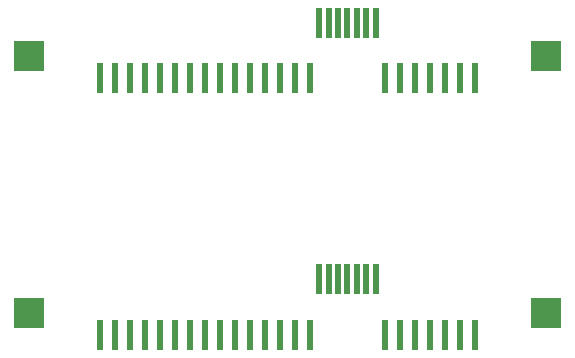
<source format=gbr>
%TF.GenerationSoftware,KiCad,Pcbnew,(5.1.10)-1*%
%TF.CreationDate,2021-07-19T20:27:22+08:00*%
%TF.ProjectId,2.5_SAS_Backend,322e355f-5341-4535-9f42-61636b656e64,rev?*%
%TF.SameCoordinates,Original*%
%TF.FileFunction,Paste,Bot*%
%TF.FilePolarity,Positive*%
%FSLAX46Y46*%
G04 Gerber Fmt 4.6, Leading zero omitted, Abs format (unit mm)*
G04 Created by KiCad (PCBNEW (5.1.10)-1) date 2021-07-19 20:27:22*
%MOMM*%
%LPD*%
G01*
G04 APERTURE LIST*
%ADD10R,2.600000X2.600000*%
%ADD11R,0.600000X2.530000*%
%ADD12R,0.500000X2.530000*%
G04 APERTURE END LIST*
D10*
%TO.C,U1*%
X93630000Y-34163000D03*
X49880000Y-34163000D03*
D11*
X87630000Y-35993000D03*
X86360000Y-35993000D03*
X85090000Y-35993000D03*
X83820000Y-35993000D03*
X82550000Y-35993000D03*
X81280000Y-35993000D03*
X80010000Y-35993000D03*
D12*
X79235000Y-31323000D03*
X78435000Y-31323000D03*
X77635000Y-31323000D03*
X76835000Y-31323000D03*
X76035000Y-31323000D03*
X75235000Y-31323000D03*
X74435000Y-31323000D03*
D11*
X73660000Y-35993000D03*
X72390000Y-35993000D03*
X71120000Y-35993000D03*
X69850000Y-35993000D03*
X68580000Y-35993000D03*
X67310000Y-35993000D03*
X66040000Y-35993000D03*
X64770000Y-35993000D03*
X63500000Y-35993000D03*
X62230000Y-35993000D03*
X60960000Y-35993000D03*
X59690000Y-35993000D03*
X58420000Y-35993000D03*
X57150000Y-35993000D03*
X55880000Y-35993000D03*
%TD*%
D10*
%TO.C,U4*%
X93630000Y-55880000D03*
X49880000Y-55880000D03*
D11*
X87630000Y-57710000D03*
X86360000Y-57710000D03*
X85090000Y-57710000D03*
X83820000Y-57710000D03*
X82550000Y-57710000D03*
X81280000Y-57710000D03*
X80010000Y-57710000D03*
D12*
X79235000Y-53040000D03*
X78435000Y-53040000D03*
X77635000Y-53040000D03*
X76835000Y-53040000D03*
X76035000Y-53040000D03*
X75235000Y-53040000D03*
X74435000Y-53040000D03*
D11*
X73660000Y-57710000D03*
X72390000Y-57710000D03*
X71120000Y-57710000D03*
X69850000Y-57710000D03*
X68580000Y-57710000D03*
X67310000Y-57710000D03*
X66040000Y-57710000D03*
X64770000Y-57710000D03*
X63500000Y-57710000D03*
X62230000Y-57710000D03*
X60960000Y-57710000D03*
X59690000Y-57710000D03*
X58420000Y-57710000D03*
X57150000Y-57710000D03*
X55880000Y-57710000D03*
%TD*%
M02*

</source>
